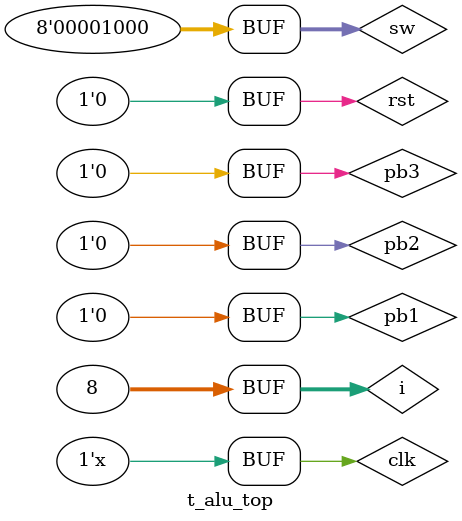
<source format=v>

module top_module(clk,pb1,pb2,pb3 ,sw, slc,rst, seg_op , led);
  // the input data from user to fpga kit
   input[7:0] sw ; input clk ;   input rst ; input pb1,pb2,pb3 ;
   // the output data from fpga to be presented 
    output [7:0] led ;  output [6:0] seg_op ;output [3:0] slc ; 

  
wire pb1_db ,pb2_db,pb3_db ;
wire slow_clk ;
wire [11:0] bcd ;
wire [3:0] seg_in ;
wire [15:0]  mux_in ;
wire [3:0] letter ;
wire [7:0] result ;
wire [1:0] mux_slc ;

  // slowing the clock
 clk_div s_clk (.clk(clk), .slow_clk(slow_clk) , .rst(rst) );
 // push buttons bedounce 
debounce b1 (.clk(clk) , .pb(pb1) ,.out(pb1_db) , .rst(rst));
debounce b2 (.clk(clk) , .pb(pb2) ,.out(pb2_db), .rst(rst));
debounce b3 (.clk(clk) , .pb(pb3) ,.out(pb3_db), .rst(rst)) ;
// arthmitic logic unit 
alu al (.sw(sw), .pb1(pb1_db), .pb2(pb2_db),.pb3(pb3_db), .result(result),.rst(rst),.clk(clk),.m_3(letter));
// input indicators by led
assign led = sw ;
// converting to binary coded decimal
bin2bcd  sg_bcd (.bin(result),.bcd(bcd));

assign mux_in ={letter,bcd} ;
// the slecetor of the segment 
an_selc anode (.mux_slc(mux_slc),.slow_clk(slow_clk),.an_slc(slc));
// the selctor of the data to segment decoder
mux_16x4 sg_mux (.bcd_in(mux_in),.sel(mux_slc),.out(seg_in));
// the segment decoder 
bcd_7segment sg_out (.bcd(seg_in),.seg(seg_op));

endmodule

   module t_alu_top();
	// top module test
	 

	reg clk; reg rst;  reg pb1;  reg pb2;  reg pb3;  reg [7:0] sw;
	wire [7:0] led;  wire [3:0] slc; wire [6:0] seg_op;
	integer i;
  //simulate 200 ms
   	 top_module tb (clk,pb1,pb2,pb3 ,sw, slc,rst, seg_op , led);

  initial begin
      clk =1; rst=1; pb1=0; pb2=0; pb3=0; sw=0;
      #1 rst = 0;
      #5000 pb1 = 1; sw = 200;// dec 10 --> REG A
      #1000 pb1 = 0; 
      #5000 pb2 = 1; sw = 15;// dec 2 --> REG B
      
      #10000000 pb2 = 0;    
      sw = 0;
      for (i=0;i<=7;i=i+1)
        begin
          #5000 pb3 = 1; sw = sw + 1; // REG C 
          #1000 pb3 = 0; 
        end
      
    end
 
  always #10 clk = ~clk;

  // put an instance of your ALU top
endmodule

 
  
  
  
  
  
  
    
</source>
